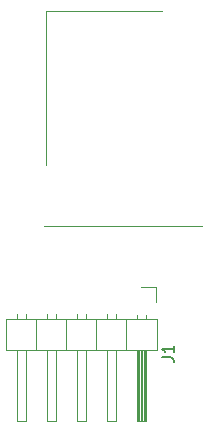
<source format=gbr>
%TF.GenerationSoftware,KiCad,Pcbnew,7.0.5*%
%TF.CreationDate,2023-08-21T15:09:17-04:00*%
%TF.ProjectId,StickLeft,53746963-6b4c-4656-9674-2e6b69636164,rev?*%
%TF.SameCoordinates,Original*%
%TF.FileFunction,Legend,Top*%
%TF.FilePolarity,Positive*%
%FSLAX46Y46*%
G04 Gerber Fmt 4.6, Leading zero omitted, Abs format (unit mm)*
G04 Created by KiCad (PCBNEW 7.0.5) date 2023-08-21 15:09:17*
%MOMM*%
%LPD*%
G01*
G04 APERTURE LIST*
%ADD10C,0.150000*%
%ADD11C,0.120000*%
%ADD12C,0.100000*%
G04 APERTURE END LIST*
D10*
%TO.C,J1*%
X145554819Y-124148333D02*
X146269104Y-124148333D01*
X146269104Y-124148333D02*
X146411961Y-124195952D01*
X146411961Y-124195952D02*
X146507200Y-124291190D01*
X146507200Y-124291190D02*
X146554819Y-124434047D01*
X146554819Y-124434047D02*
X146554819Y-124529285D01*
X146554819Y-123148333D02*
X146554819Y-123719761D01*
X146554819Y-123434047D02*
X145554819Y-123434047D01*
X145554819Y-123434047D02*
X145697676Y-123529285D01*
X145697676Y-123529285D02*
X145792914Y-123624523D01*
X145792914Y-123624523D02*
X145840533Y-123719761D01*
D11*
X145100000Y-118160000D02*
X145100000Y-119430000D01*
X143830000Y-118160000D02*
X145100000Y-118160000D01*
X141670000Y-120472929D02*
X141670000Y-120870000D01*
X140910000Y-120472929D02*
X140910000Y-120870000D01*
X139130000Y-120472929D02*
X139130000Y-120870000D01*
X138370000Y-120472929D02*
X138370000Y-120870000D01*
X136590000Y-120472929D02*
X136590000Y-120870000D01*
X135830000Y-120472929D02*
X135830000Y-120870000D01*
X134050000Y-120472929D02*
X134050000Y-120870000D01*
X133290000Y-120472929D02*
X133290000Y-120870000D01*
X144210000Y-120540000D02*
X144210000Y-120870000D01*
X143450000Y-120540000D02*
X143450000Y-120870000D01*
X145160000Y-120870000D02*
X132340000Y-120870000D01*
X142560000Y-120870000D02*
X142560000Y-123530000D01*
X140020000Y-120870000D02*
X140020000Y-123530000D01*
X137480000Y-120870000D02*
X137480000Y-123530000D01*
X134940000Y-120870000D02*
X134940000Y-123530000D01*
X132340000Y-120870000D02*
X132340000Y-123530000D01*
X145160000Y-123530000D02*
X145160000Y-120870000D01*
X144210000Y-123530000D02*
X144210000Y-129530000D01*
X144150000Y-123530000D02*
X144150000Y-129530000D01*
X144030000Y-123530000D02*
X144030000Y-129530000D01*
X143910000Y-123530000D02*
X143910000Y-129530000D01*
X143790000Y-123530000D02*
X143790000Y-129530000D01*
X143670000Y-123530000D02*
X143670000Y-129530000D01*
X143550000Y-123530000D02*
X143550000Y-129530000D01*
X141670000Y-123530000D02*
X141670000Y-129530000D01*
X139130000Y-123530000D02*
X139130000Y-129530000D01*
X136590000Y-123530000D02*
X136590000Y-129530000D01*
X134050000Y-123530000D02*
X134050000Y-129530000D01*
X132340000Y-123530000D02*
X145160000Y-123530000D01*
X144210000Y-129530000D02*
X143450000Y-129530000D01*
X143450000Y-129530000D02*
X143450000Y-123530000D01*
X141670000Y-129530000D02*
X140910000Y-129530000D01*
X140910000Y-129530000D02*
X140910000Y-123530000D01*
X139130000Y-129530000D02*
X138370000Y-129530000D01*
X138370000Y-129530000D02*
X138370000Y-123530000D01*
X136590000Y-129530000D02*
X135830000Y-129530000D01*
X135830000Y-129530000D02*
X135830000Y-123530000D01*
X134050000Y-129530000D02*
X133290000Y-129530000D01*
X133290000Y-129530000D02*
X133290000Y-123530000D01*
D12*
%TO.C,U1*%
X148935000Y-112992000D02*
X135620000Y-112992000D01*
X145620000Y-94793000D02*
X135785000Y-94793000D01*
X135785000Y-94793000D02*
X135785000Y-107893000D01*
%TD*%
M02*

</source>
